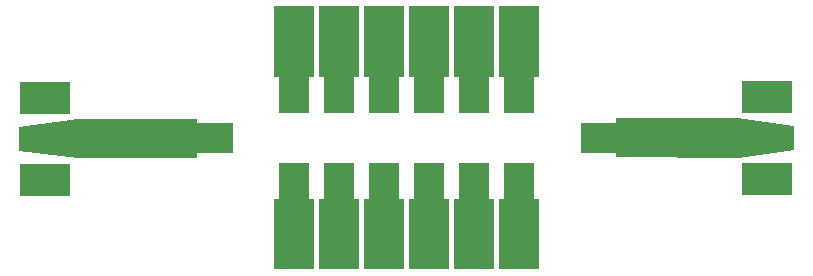
<source format=gbr>
%TF.GenerationSoftware,KiCad,Pcbnew,8.0.6*%
%TF.CreationDate,2025-04-11T13:23:37-07:00*%
%TF.ProjectId,SF_PCB_Rev1-3,53465f50-4342-45f5-9265-76312d332e6b,rev?*%
%TF.SameCoordinates,Original*%
%TF.FileFunction,Copper,L1,Top*%
%TF.FilePolarity,Positive*%
%FSLAX46Y46*%
G04 Gerber Fmt 4.6, Leading zero omitted, Abs format (unit mm)*
G04 Created by KiCad (PCBNEW 8.0.6) date 2025-04-11 13:23:37*
%MOMM*%
%LPD*%
G01*
G04 APERTURE LIST*
%TA.AperFunction,Conductor*%
%ADD10C,0.000000*%
%TD*%
%TA.AperFunction,SMDPad,CuDef*%
%ADD11R,3.048000X2.540000*%
%TD*%
%TA.AperFunction,SMDPad,CuDef*%
%ADD12R,2.540000X3.048000*%
%TD*%
%TA.AperFunction,SMDPad,CuDef*%
%ADD13R,4.191000X1.778000*%
%TD*%
%TA.AperFunction,SMDPad,CuDef*%
%ADD14R,4.191000X2.667000*%
%TD*%
%TA.AperFunction,ViaPad*%
%ADD15C,1.400000*%
%TD*%
G04 APERTURE END LIST*
%TA.AperFunction,Conductor*%
%TO.N,/SMDFilter/GND*%
G36*
X217860000Y-38000000D02*
G01*
X221180000Y-38000000D01*
X221180000Y-44000000D01*
X217860000Y-44000000D01*
X217860000Y-38000000D01*
G37*
%TD.AperFunction*%
%TA.AperFunction,Conductor*%
G36*
X202621000Y-54280000D02*
G01*
X205941000Y-54280000D01*
X205941000Y-60280000D01*
X202621000Y-60280000D01*
X202621000Y-54280000D01*
G37*
%TD.AperFunction*%
%TA.AperFunction,Conductor*%
G36*
X206430000Y-38000000D02*
G01*
X209750000Y-38000000D01*
X209750000Y-44000000D01*
X206430000Y-44000000D01*
X206430000Y-38000000D01*
G37*
%TD.AperFunction*%
%TA.AperFunction,Conductor*%
G36*
X210240000Y-38000000D02*
G01*
X213560000Y-38000000D01*
X213560000Y-44000000D01*
X210240000Y-44000000D01*
X210240000Y-38000000D01*
G37*
%TD.AperFunction*%
D10*
%TA.AperFunction,Conductor*%
%TO.N,/SMDFilter/SIGNAL_OUT*%
G36*
X238045900Y-47482700D02*
G01*
X242770300Y-48143100D01*
X242770300Y-50144620D01*
X238045260Y-50805020D01*
X227770000Y-50802480D01*
X227770000Y-47480500D01*
X238045900Y-47482700D01*
G37*
%TD.AperFunction*%
%TA.AperFunction,Conductor*%
%TO.N,/SMDFilter/GND*%
G36*
X210241000Y-54280000D02*
G01*
X213561000Y-54280000D01*
X213561000Y-60280000D01*
X210241000Y-60280000D01*
X210241000Y-54280000D01*
G37*
%TD.AperFunction*%
%TA.AperFunction,Conductor*%
G36*
X217861000Y-54280000D02*
G01*
X221181000Y-54280000D01*
X221181000Y-60280000D01*
X217861000Y-60280000D01*
X217861000Y-54280000D01*
G37*
%TD.AperFunction*%
%TA.AperFunction,Conductor*%
G36*
X214050000Y-38000000D02*
G01*
X217370000Y-38000000D01*
X217370000Y-44000000D01*
X214050000Y-44000000D01*
X214050000Y-38000000D01*
G37*
%TD.AperFunction*%
%TA.AperFunction,Conductor*%
G36*
X198810000Y-38000000D02*
G01*
X202130000Y-38000000D01*
X202130000Y-44000000D01*
X198810000Y-44000000D01*
X198810000Y-38000000D01*
G37*
%TD.AperFunction*%
%TA.AperFunction,Conductor*%
G36*
X202620000Y-38000000D02*
G01*
X205940000Y-38000000D01*
X205940000Y-44000000D01*
X202620000Y-44000000D01*
X202620000Y-38000000D01*
G37*
%TD.AperFunction*%
%TA.AperFunction,Conductor*%
G36*
X198811000Y-54280000D02*
G01*
X202131000Y-54280000D01*
X202131000Y-60280000D01*
X198811000Y-60280000D01*
X198811000Y-54280000D01*
G37*
%TD.AperFunction*%
%TA.AperFunction,Conductor*%
G36*
X206431000Y-54280000D02*
G01*
X209751000Y-54280000D01*
X209751000Y-60280000D01*
X206431000Y-60280000D01*
X206431000Y-54280000D01*
G37*
%TD.AperFunction*%
%TA.AperFunction,Conductor*%
G36*
X214051000Y-54280000D02*
G01*
X217371000Y-54280000D01*
X217371000Y-60280000D01*
X214051000Y-60280000D01*
X214051000Y-54280000D01*
G37*
%TD.AperFunction*%
%TA.AperFunction,Conductor*%
%TO.N,/SMDFilter/SIGNAL_IN*%
G36*
X192220000Y-50842980D02*
G01*
X182210000Y-50842980D01*
X177216680Y-50223220D01*
X177216680Y-48221700D01*
X182217940Y-47523200D01*
X192220000Y-47523200D01*
X192220000Y-50842980D01*
G37*
%TD.AperFunction*%
%TD*%
D11*
%TO.P,U15,1,IN*%
%TO.N,/SMDFilter/SIGNAL_IN*%
X193740000Y-49140500D03*
D12*
%TO.P,U15,2,GND*%
%TO.N,/SMDFilter/GND*%
X200471000Y-52760000D03*
%TO.P,U15,3,GND*%
X204281000Y-52760000D03*
%TO.P,U15,4,GND*%
X208091000Y-52760000D03*
%TO.P,U15,5,GND*%
X211901000Y-52760000D03*
%TO.P,U15,6,GND*%
X215711000Y-52760000D03*
%TO.P,U15,7,GND*%
X219521000Y-52760000D03*
D11*
%TO.P,U15,8,OUT*%
%TO.N,/SMDFilter/SIGNAL_OUT*%
X226252000Y-49140500D03*
D12*
%TO.P,U15,9,GND*%
%TO.N,/SMDFilter/GND*%
X219521000Y-45521000D03*
%TO.P,U15,10,GND*%
X215711000Y-45521000D03*
%TO.P,U15,11,GND*%
X211901000Y-45521000D03*
%TO.P,U15,12,GND*%
X208091000Y-45521000D03*
%TO.P,U15,13,GND*%
X204281000Y-45521000D03*
%TO.P,U15,14,GND*%
X200471000Y-45521000D03*
%TD*%
D13*
%TO.P,J15,1,In*%
%TO.N,/SMDFilter/SIGNAL_OUT*%
X240508260Y-49140500D03*
D14*
%TO.P,J15,3*%
%TO.N,N/C*%
X240508260Y-52633000D03*
%TO.P,J15,5*%
X240508260Y-45648000D03*
%TD*%
D13*
%TO.P,J11,1,In*%
%TO.N,/SMDFilter/SIGNAL_IN*%
X179410000Y-49220500D03*
D14*
%TO.P,J11,3*%
%TO.N,N/C*%
X179410000Y-45728000D03*
%TO.P,J11,5*%
X179410000Y-52713000D03*
%TD*%
D15*
%TO.N,/SMDFilter/GND*%
X204281000Y-58780000D03*
X211900000Y-39500000D03*
X211901000Y-58780000D03*
X219521000Y-58780000D03*
X204280000Y-39500000D03*
X208090000Y-39500000D03*
X219520000Y-39500000D03*
X200470000Y-39500000D03*
X208091000Y-58780000D03*
X215711000Y-58780000D03*
X200471000Y-58780000D03*
X215710000Y-39500000D03*
%TD*%
M02*

</source>
